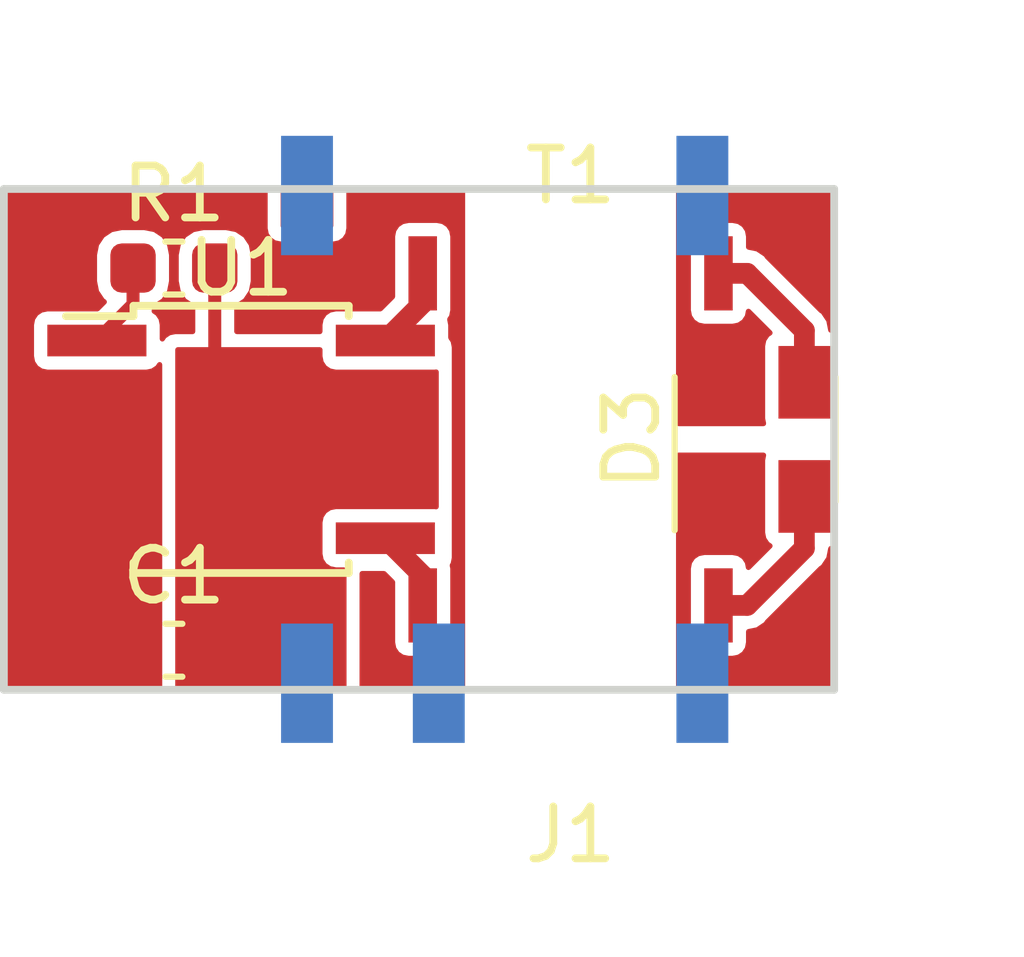
<source format=kicad_pcb>
(kicad_pcb (version 20171130) (host pcbnew 5.0.2-bee76a0~70~ubuntu18.04.1)

  (general
    (thickness 1.6)
    (drawings 4)
    (tracks 14)
    (zones 0)
    (modules 6)
    (nets 10)
  )

  (page A4)
  (layers
    (0 F.Cu signal)
    (31 B.Cu signal)
    (32 B.Adhes user)
    (33 F.Adhes user)
    (34 B.Paste user)
    (35 F.Paste user)
    (36 B.SilkS user)
    (37 F.SilkS user)
    (38 B.Mask user)
    (39 F.Mask user)
    (40 Dwgs.User user)
    (41 Cmts.User user)
    (42 Eco1.User user)
    (43 Eco2.User user)
    (44 Edge.Cuts user)
    (45 Margin user)
    (46 B.CrtYd user)
    (47 F.CrtYd user)
    (48 B.Fab user)
    (49 F.Fab user)
  )

  (setup
    (last_trace_width 0.25)
    (trace_clearance 0.2)
    (zone_clearance 0.25)
    (zone_45_only no)
    (trace_min 0.2)
    (segment_width 0.2)
    (edge_width 0.15)
    (via_size 0.8)
    (via_drill 0.4)
    (via_min_size 0.4)
    (via_min_drill 0.3)
    (uvia_size 0.3)
    (uvia_drill 0.1)
    (uvias_allowed no)
    (uvia_min_size 0.2)
    (uvia_min_drill 0.1)
    (pcb_text_width 0.3)
    (pcb_text_size 1.5 1.5)
    (mod_edge_width 0.15)
    (mod_text_size 1 1)
    (mod_text_width 0.15)
    (pad_size 1.524 1.524)
    (pad_drill 0.762)
    (pad_to_mask_clearance 0.051)
    (solder_mask_min_width 0.25)
    (aux_axis_origin 0 0)
    (visible_elements FFFFFF7F)
    (pcbplotparams
      (layerselection 0x010fc_ffffffff)
      (usegerberextensions false)
      (usegerberattributes false)
      (usegerberadvancedattributes false)
      (creategerberjobfile false)
      (excludeedgelayer true)
      (linewidth 0.100000)
      (plotframeref false)
      (viasonmask false)
      (mode 1)
      (useauxorigin false)
      (hpglpennumber 1)
      (hpglpenspeed 20)
      (hpglpendiameter 15.000000)
      (psnegative false)
      (psa4output false)
      (plotreference true)
      (plotvalue true)
      (plotinvisibletext false)
      (padsonsilk false)
      (subtractmaskfromsilk false)
      (outputformat 1)
      (mirror false)
      (drillshape 1)
      (scaleselection 1)
      (outputdirectory "./"))
  )

  (net 0 "")
  (net 1 "Net-(C1-Pad1)")
  (net 2 "Net-(C1-Pad2)")
  (net 3 "Net-(R1-Pad1)")
  (net 4 "Net-(T1-Pad8)")
  (net 5 "Net-(T1-Pad1)")
  (net 6 "Net-(D3-Pad2)")
  (net 7 "Net-(D3-Pad3)")
  (net 8 "Net-(D3-Pad1)")
  (net 9 "Net-(D3-Pad4)")

  (net_class Default "This is the default net class."
    (clearance 0.2)
    (trace_width 0.25)
    (via_dia 0.8)
    (via_drill 0.4)
    (uvia_dia 0.3)
    (uvia_drill 0.1)
    (add_net "Net-(C1-Pad1)")
    (add_net "Net-(C1-Pad2)")
    (add_net "Net-(D3-Pad1)")
    (add_net "Net-(D3-Pad4)")
    (add_net "Net-(R1-Pad1)")
  )

  (net_class power ""
    (clearance 0.2)
    (trace_width 0.4)
    (via_dia 1.2)
    (via_drill 0.45)
    (uvia_dia 0.3)
    (uvia_drill 0.1)
    (add_net "Net-(D3-Pad2)")
    (add_net "Net-(D3-Pad3)")
    (add_net "Net-(T1-Pad1)")
    (add_net "Net-(T1-Pad8)")
  )

  (module Package_TO_SOT_SMD:SOT-143 (layer F.Cu) (tedit 5E2E5BB8) (tstamp 5E1A1F27)
    (at 122.936 102.87 90)
    (descr SOT-143)
    (tags SOT-143)
    (path /5E0D0E15)
    (attr smd)
    (fp_text reference D3 (at 0.02 -2.38 90) (layer F.SilkS)
      (effects (font (size 1 1) (thickness 0.15)))
    )
    (fp_text value D_Bridge_-AA+ (at 0 4.064 90) (layer F.Fab)
      (effects (font (size 1 1) (thickness 0.15)))
    )
    (fp_text user %R (at 0 0 180) (layer F.Fab)
      (effects (font (size 0.5 0.5) (thickness 0.075)))
    )
    (fp_line (start -1.2 1.55) (end 1.2 1.55) (layer F.SilkS) (width 0.12))
    (fp_line (start 1.2 -1.55) (end -1.75 -1.55) (layer F.SilkS) (width 0.12))
    (fp_line (start -1.2 -1) (end -0.7 -1.5) (layer F.Fab) (width 0.1))
    (fp_line (start -0.7 -1.5) (end 1.2 -1.5) (layer F.Fab) (width 0.1))
    (fp_line (start -1.2 1.5) (end -1.2 -1) (layer F.Fab) (width 0.1))
    (fp_line (start 1.2 1.5) (end -1.2 1.5) (layer F.Fab) (width 0.1))
    (fp_line (start 1.2 -1.5) (end 1.2 1.5) (layer F.Fab) (width 0.1))
    (fp_line (start 2.05 -1.75) (end 2.05 1.75) (layer F.CrtYd) (width 0.05))
    (fp_line (start 2.05 -1.75) (end -2.05 -1.75) (layer F.CrtYd) (width 0.05))
    (fp_line (start -2.05 1.75) (end 2.05 1.75) (layer F.CrtYd) (width 0.05))
    (fp_line (start -2.05 1.75) (end -2.05 -1.75) (layer F.CrtYd) (width 0.05))
    (pad 1 smd rect (at -1.1 -0.77) (size 1.2 1.4) (layers F.Cu F.Paste F.Mask)
      (net 8 "Net-(D3-Pad1)"))
    (pad 2 smd rect (at -1.1 0.95) (size 1 1.4) (layers F.Cu F.Paste F.Mask)
      (net 6 "Net-(D3-Pad2)"))
    (pad 3 smd rect (at 1.1 0.95) (size 1 1.4) (layers F.Cu F.Paste F.Mask)
      (net 7 "Net-(D3-Pad3)"))
    (pad 4 smd rect (at 1.1 -0.95) (size 1 1.4) (layers F.Cu F.Paste F.Mask)
      (net 9 "Net-(D3-Pad4)"))
    (model ${KISYS3DMOD}/Package_TO_SOT_SMD.3dshapes/SOT-143.wrl
      (at (xyz 0 0 0))
      (scale (xyz 1 1 1))
      (rotate (xyz 0 0 0))
    )
  )

  (module cap_iso_pwr:iso_power_module (layer F.Cu) (tedit 5E2E5AE9) (tstamp 5E50DBE3)
    (at 119.38 102.87)
    (path /5E2E9A14)
    (fp_text reference J1 (at 0 7.62) (layer F.SilkS)
      (effects (font (size 1 1) (thickness 0.15)))
    )
    (fp_text value isolated_power_module (at 0 -7.62) (layer F.Fab)
      (effects (font (size 1 1) (thickness 0.15)))
    )
    (pad 1 smd rect (at -5.08 4.7) (size 1 2.3) (layers B.Cu B.Paste B.Mask)
      (net 2 "Net-(C1-Pad2)"))
    (pad 3 smd rect (at -2.54 4.7) (size 1 2.3) (layers B.Cu B.Paste B.Mask)
      (net 1 "Net-(C1-Pad1)"))
    (pad 7 smd rect (at 2.54 4.7) (size 1 2.3) (layers B.Cu B.Paste B.Mask)
      (net 8 "Net-(D3-Pad1)"))
    (pad 8 smd rect (at 2.54 -4.7) (size 1 2.3) (layers B.Cu B.Paste B.Mask)
      (net 9 "Net-(D3-Pad4)"))
    (pad 14 smd rect (at -5.08 -4.7) (size 1 2.3) (layers B.Cu B.Paste B.Mask))
  )

  (module Capacitor_SMD:C_0603_1608Metric (layer F.Cu) (tedit 5B301BBE) (tstamp 5E454D65)
    (at 111.7345 106.934)
    (descr "Capacitor SMD 0603 (1608 Metric), square (rectangular) end terminal, IPC_7351 nominal, (Body size source: http://www.tortai-tech.com/upload/download/2011102023233369053.pdf), generated with kicad-footprint-generator")
    (tags capacitor)
    (path /5E2E872A)
    (attr smd)
    (fp_text reference C1 (at 0 -1.43) (layer F.SilkS)
      (effects (font (size 1 1) (thickness 0.15)))
    )
    (fp_text value C_Small (at 0.0255 5.08) (layer F.Fab)
      (effects (font (size 1 1) (thickness 0.15)))
    )
    (fp_line (start -0.8 0.4) (end -0.8 -0.4) (layer F.Fab) (width 0.1))
    (fp_line (start -0.8 -0.4) (end 0.8 -0.4) (layer F.Fab) (width 0.1))
    (fp_line (start 0.8 -0.4) (end 0.8 0.4) (layer F.Fab) (width 0.1))
    (fp_line (start 0.8 0.4) (end -0.8 0.4) (layer F.Fab) (width 0.1))
    (fp_line (start -0.162779 -0.51) (end 0.162779 -0.51) (layer F.SilkS) (width 0.12))
    (fp_line (start -0.162779 0.51) (end 0.162779 0.51) (layer F.SilkS) (width 0.12))
    (fp_line (start -1.48 0.73) (end -1.48 -0.73) (layer F.CrtYd) (width 0.05))
    (fp_line (start -1.48 -0.73) (end 1.48 -0.73) (layer F.CrtYd) (width 0.05))
    (fp_line (start 1.48 -0.73) (end 1.48 0.73) (layer F.CrtYd) (width 0.05))
    (fp_line (start 1.48 0.73) (end -1.48 0.73) (layer F.CrtYd) (width 0.05))
    (fp_text user %R (at 0 0) (layer F.Fab)
      (effects (font (size 0.4 0.4) (thickness 0.06)))
    )
    (pad 1 smd roundrect (at -0.7875 0) (size 0.875 0.95) (layers F.Cu F.Paste F.Mask) (roundrect_rratio 0.25)
      (net 1 "Net-(C1-Pad1)"))
    (pad 2 smd roundrect (at 0.7875 0) (size 0.875 0.95) (layers F.Cu F.Paste F.Mask) (roundrect_rratio 0.25)
      (net 2 "Net-(C1-Pad2)"))
    (model ${KISYS3DMOD}/Capacitor_SMD.3dshapes/C_0603_1608Metric.wrl
      (at (xyz 0 0 0))
      (scale (xyz 1 1 1))
      (rotate (xyz 0 0 0))
    )
  )

  (module cap_iso_pwr:750316743 (layer F.Cu) (tedit 5E2E60E7) (tstamp 5E50DD1E)
    (at 119.38 102.87)
    (path /5E2E832A)
    (fp_text reference T1 (at 0 -5.08) (layer F.SilkS)
      (effects (font (size 1 1) (thickness 0.15)))
    )
    (fp_text value transformer (at -0.254 9.144) (layer F.Fab)
      (effects (font (size 1 1) (thickness 0.15)))
    )
    (pad 8 smd rect (at -2.85 3.2 90) (size 1.43 0.55) (layers F.Cu F.Paste F.Mask)
      (net 4 "Net-(T1-Pad8)"))
    (pad 1 smd rect (at -2.85 -3.2 90) (size 1.43 0.55) (layers F.Cu F.Paste F.Mask)
      (net 5 "Net-(T1-Pad1)"))
    (pad 4 smd rect (at 2.85 -3.2 90) (size 1.43 0.55) (layers F.Cu F.Paste F.Mask)
      (net 7 "Net-(D3-Pad3)"))
    (pad 5 smd rect (at 2.85 3.2 90) (size 1.43 0.55) (layers F.Cu F.Paste F.Mask)
      (net 6 "Net-(D3-Pad2)"))
  )

  (module Package_SO:TI_SO-PowerPAD-8 (layer F.Cu) (tedit 5A02F2D3) (tstamp 5E1A2AE4)
    (at 113.03 102.87)
    (descr "8-Lead Plastic PSOP, Exposed Die Pad (TI DDA0008B, see http://www.ti.com/lit/ds/symlink/lm3404.pdf)")
    (tags "SSOP 0.50 exposed pad")
    (path /5E0D08BC)
    (attr smd)
    (fp_text reference U1 (at 0 -3.3) (layer F.SilkS)
      (effects (font (size 1 1) (thickness 0.15)))
    )
    (fp_text value MAX256ASA (at 0 3.4) (layer F.Fab)
      (effects (font (size 1 1) (thickness 0.15)))
    )
    (fp_line (start -0.95 -2.45) (end 1.95 -2.45) (layer F.Fab) (width 0.15))
    (fp_line (start 1.95 -2.45) (end 1.95 2.45) (layer F.Fab) (width 0.15))
    (fp_line (start 1.95 2.45) (end -1.95 2.45) (layer F.Fab) (width 0.15))
    (fp_line (start -1.95 2.45) (end -1.95 -1.45) (layer F.Fab) (width 0.15))
    (fp_line (start -1.95 -1.45) (end -0.95 -2.45) (layer F.Fab) (width 0.15))
    (fp_line (start -4 -2.7) (end -4 2.7) (layer F.CrtYd) (width 0.05))
    (fp_line (start 4 -2.7) (end 4 2.7) (layer F.CrtYd) (width 0.05))
    (fp_line (start -4 -2.7) (end 4 -2.7) (layer F.CrtYd) (width 0.05))
    (fp_line (start -4 2.7) (end 4 2.7) (layer F.CrtYd) (width 0.05))
    (fp_line (start -2.075 -2.575) (end -2.075 -2.375) (layer F.SilkS) (width 0.15))
    (fp_line (start 2.075 -2.575) (end 2.075 -2.375) (layer F.SilkS) (width 0.15))
    (fp_line (start 2.075 2.575) (end 2.075 2.375) (layer F.SilkS) (width 0.15))
    (fp_line (start -2.075 2.575) (end -2.075 2.375) (layer F.SilkS) (width 0.15))
    (fp_line (start -2.075 -2.575) (end 2.075 -2.575) (layer F.SilkS) (width 0.15))
    (fp_line (start -2.075 2.575) (end 2.075 2.575) (layer F.SilkS) (width 0.15))
    (fp_line (start -2.075 -2.375) (end -3.375 -2.375) (layer F.SilkS) (width 0.15))
    (fp_text user %R (at 0 0) (layer F.Fab)
      (effects (font (size 1 1) (thickness 0.15)))
    )
    (pad 1 smd rect (at -2.78 -1.905) (size 1.91 0.61) (layers F.Cu F.Paste F.Mask)
      (net 3 "Net-(R1-Pad1)"))
    (pad 2 smd rect (at -2.78 -0.635) (size 1.91 0.61) (layers F.Cu F.Paste F.Mask)
      (net 1 "Net-(C1-Pad1)"))
    (pad 3 smd rect (at -2.78 0.635) (size 1.91 0.61) (layers F.Cu F.Paste F.Mask)
      (net 1 "Net-(C1-Pad1)"))
    (pad 4 smd rect (at -2.78 1.905) (size 1.91 0.61) (layers F.Cu F.Paste F.Mask)
      (net 1 "Net-(C1-Pad1)"))
    (pad 5 smd rect (at 2.78 1.905) (size 1.91 0.61) (layers F.Cu F.Paste F.Mask)
      (net 4 "Net-(T1-Pad8)"))
    (pad 6 smd rect (at 2.78 0.635) (size 1.91 0.61) (layers F.Cu F.Paste F.Mask)
      (net 2 "Net-(C1-Pad2)"))
    (pad 7 smd rect (at 2.78 -0.635) (size 1.91 0.61) (layers F.Cu F.Paste F.Mask)
      (net 2 "Net-(C1-Pad2)"))
    (pad 8 smd rect (at 2.78 -1.905) (size 1.91 0.61) (layers F.Cu F.Paste F.Mask)
      (net 5 "Net-(T1-Pad1)"))
    (pad 9 smd rect (at 0.6025 0.775) (size 1.205 1.55) (layers F.Cu F.Paste F.Mask)
      (net 2 "Net-(C1-Pad2)") (solder_paste_margin_ratio -0.2))
    (pad 9 smd rect (at 0.6025 -0.775) (size 1.205 1.55) (layers F.Cu F.Paste F.Mask)
      (net 2 "Net-(C1-Pad2)") (solder_paste_margin_ratio -0.2))
    (pad 9 smd rect (at -0.6025 0.775) (size 1.205 1.55) (layers F.Cu F.Paste F.Mask)
      (net 2 "Net-(C1-Pad2)") (solder_paste_margin_ratio -0.2))
    (pad 9 smd rect (at -0.6025 -0.775) (size 1.205 1.55) (layers F.Cu F.Paste F.Mask)
      (net 2 "Net-(C1-Pad2)") (solder_paste_margin_ratio -0.2))
    (model ${KISYS3DMOD}/Package_SO.3dshapes/TI_SO-PowerPAD-8.wrl
      (at (xyz 0 0 0))
      (scale (xyz 1 1 1))
      (rotate (xyz 0 0 0))
    )
  )

  (module Resistor_SMD:R_0603_1608Metric (layer F.Cu) (tedit 5B301BBD) (tstamp 5E1A2B3D)
    (at 111.7345 99.568)
    (descr "Resistor SMD 0603 (1608 Metric), square (rectangular) end terminal, IPC_7351 nominal, (Body size source: http://www.tortai-tech.com/upload/download/2011102023233369053.pdf), generated with kicad-footprint-generator")
    (tags resistor)
    (path /5E0D1DA7)
    (attr smd)
    (fp_text reference R1 (at 0 -1.43) (layer F.SilkS)
      (effects (font (size 1 1) (thickness 0.15)))
    )
    (fp_text value R_Small (at 0 1.43) (layer F.Fab)
      (effects (font (size 1 1) (thickness 0.15)))
    )
    (fp_line (start -0.8 0.4) (end -0.8 -0.4) (layer F.Fab) (width 0.1))
    (fp_line (start -0.8 -0.4) (end 0.8 -0.4) (layer F.Fab) (width 0.1))
    (fp_line (start 0.8 -0.4) (end 0.8 0.4) (layer F.Fab) (width 0.1))
    (fp_line (start 0.8 0.4) (end -0.8 0.4) (layer F.Fab) (width 0.1))
    (fp_line (start -0.162779 -0.51) (end 0.162779 -0.51) (layer F.SilkS) (width 0.12))
    (fp_line (start -0.162779 0.51) (end 0.162779 0.51) (layer F.SilkS) (width 0.12))
    (fp_line (start -1.48 0.73) (end -1.48 -0.73) (layer F.CrtYd) (width 0.05))
    (fp_line (start -1.48 -0.73) (end 1.48 -0.73) (layer F.CrtYd) (width 0.05))
    (fp_line (start 1.48 -0.73) (end 1.48 0.73) (layer F.CrtYd) (width 0.05))
    (fp_line (start 1.48 0.73) (end -1.48 0.73) (layer F.CrtYd) (width 0.05))
    (fp_text user %R (at 0 0) (layer F.Fab)
      (effects (font (size 0.4 0.4) (thickness 0.06)))
    )
    (pad 1 smd roundrect (at -0.7875 0) (size 0.875 0.95) (layers F.Cu F.Paste F.Mask) (roundrect_rratio 0.25)
      (net 3 "Net-(R1-Pad1)"))
    (pad 2 smd roundrect (at 0.7875 0) (size 0.875 0.95) (layers F.Cu F.Paste F.Mask) (roundrect_rratio 0.25)
      (net 2 "Net-(C1-Pad2)"))
    (model ${KISYS3DMOD}/Resistor_SMD.3dshapes/R_0603_1608Metric.wrl
      (at (xyz 0 0 0))
      (scale (xyz 1 1 1))
      (rotate (xyz 0 0 0))
    )
  )

  (gr_line (start 108.458 107.696) (end 108.458 98.044) (layer Edge.Cuts) (width 0.15))
  (gr_line (start 124.46 107.696) (end 108.458 107.696) (layer Edge.Cuts) (width 0.15))
  (gr_line (start 124.46 98.044) (end 124.46 107.696) (layer Edge.Cuts) (width 0.15))
  (gr_line (start 108.458 98.044) (end 124.46 98.044) (layer Edge.Cuts) (width 0.15))

  (segment (start 112.522 102.0005) (end 112.4275 102.095) (width 0.25) (layer F.Cu) (net 2))
  (segment (start 112.522 99.568) (end 112.522 102.0005) (width 0.25) (layer F.Cu) (net 2))
  (segment (start 110.947 100.268) (end 110.25 100.965) (width 0.25) (layer F.Cu) (net 3))
  (segment (start 110.947 99.568) (end 110.947 100.268) (width 0.25) (layer F.Cu) (net 3))
  (segment (start 116.53 105.495) (end 115.81 104.775) (width 0.4) (layer F.Cu) (net 4))
  (segment (start 116.53 106.07) (end 116.53 105.495) (width 0.4) (layer F.Cu) (net 4))
  (segment (start 116.53 100.245) (end 115.81 100.965) (width 0.4) (layer F.Cu) (net 5))
  (segment (start 116.53 99.67) (end 116.53 100.245) (width 0.4) (layer F.Cu) (net 5))
  (segment (start 123.886 104.968) (end 123.886 103.97) (width 0.4) (layer F.Cu) (net 6))
  (segment (start 122.23 106.07) (end 122.784 106.07) (width 0.4) (layer F.Cu) (net 6))
  (segment (start 122.784 106.07) (end 123.886 104.968) (width 0.4) (layer F.Cu) (net 6))
  (segment (start 122.23 99.67) (end 122.784 99.67) (width 0.4) (layer F.Cu) (net 7))
  (segment (start 123.886 100.772) (end 123.886 101.77) (width 0.4) (layer F.Cu) (net 7))
  (segment (start 122.784 99.67) (end 123.886 100.772) (width 0.4) (layer F.Cu) (net 7))

  (zone (net 2) (net_name "Net-(C1-Pad2)") (layer F.Cu) (tstamp 0) (hatch edge 0.508)
    (priority 1)
    (connect_pads yes (clearance 0.25))
    (min_thickness 0.1)
    (fill yes (arc_segments 16) (thermal_gap 0.3) (thermal_bridge_width 0.95))
    (polygon
      (pts
        (xy 111.76 101.092) (xy 116.84 101.092) (xy 116.84 105.156) (xy 115.062 105.156) (xy 115.062 107.696)
        (xy 111.76 107.696)
      )
    )
    (filled_polygon
      (pts
        (xy 114.549123 101.27) (xy 114.572407 101.387054) (xy 114.638712 101.486288) (xy 114.737946 101.552593) (xy 114.855 101.575877)
        (xy 116.765 101.575877) (xy 116.79 101.570904) (xy 116.79 104.169096) (xy 116.765 104.164123) (xy 114.855 104.164123)
        (xy 114.737946 104.187407) (xy 114.638712 104.253712) (xy 114.572407 104.352946) (xy 114.549123 104.47) (xy 114.549123 105.08)
        (xy 114.572407 105.197054) (xy 114.638712 105.296288) (xy 114.737946 105.362593) (xy 114.855 105.385877) (xy 115.012 105.385877)
        (xy 115.012 107.646) (xy 111.81 107.646) (xy 111.81 101.142) (xy 114.549123 101.142)
      )
    )
  )
  (zone (net 9) (net_name "Net-(D3-Pad4)") (layer F.Cu) (tstamp 0) (hatch edge 0.508)
    (connect_pads yes (clearance 0.25))
    (min_thickness 0.1)
    (fill yes (arc_segments 16) (thermal_gap 0.3) (thermal_bridge_width 0.95))
    (polygon
      (pts
        (xy 121.412 98.044) (xy 124.46 98.044) (xy 124.46 102.616) (xy 121.412 102.616)
      )
    )
    (filled_polygon
      (pts
        (xy 124.41 100.768897) (xy 124.394567 100.765827) (xy 124.386 100.722757) (xy 124.356989 100.57691) (xy 124.24648 100.41152)
        (xy 124.204733 100.383626) (xy 123.172376 99.35127) (xy 123.14448 99.30952) (xy 122.97909 99.199011) (xy 122.833243 99.17)
        (xy 122.833241 99.17) (xy 122.810877 99.165551) (xy 122.810877 98.955) (xy 122.787593 98.837946) (xy 122.721288 98.738712)
        (xy 122.622054 98.672407) (xy 122.505 98.649123) (xy 121.955 98.649123) (xy 121.837946 98.672407) (xy 121.738712 98.738712)
        (xy 121.672407 98.837946) (xy 121.649123 98.955) (xy 121.649123 100.385) (xy 121.672407 100.502054) (xy 121.738712 100.601288)
        (xy 121.837946 100.667593) (xy 121.955 100.690877) (xy 122.505 100.690877) (xy 122.622054 100.667593) (xy 122.721288 100.601288)
        (xy 122.787593 100.502054) (xy 122.807727 100.400834) (xy 123.224199 100.817306) (xy 123.169712 100.853712) (xy 123.103407 100.952946)
        (xy 123.080123 101.07) (xy 123.080123 102.47) (xy 123.099219 102.566) (xy 121.462 102.566) (xy 121.462 98.094)
        (xy 124.41 98.094)
      )
    )
  )
  (zone (net 8) (net_name "Net-(D3-Pad1)") (layer F.Cu) (tstamp 5E67D64E) (hatch edge 0.508)
    (priority 1)
    (connect_pads yes (clearance 0.25))
    (min_thickness 0.1)
    (fill yes (arc_segments 16) (thermal_gap 0.3) (thermal_bridge_width 0.95))
    (polygon
      (pts
        (xy 121.412 107.696) (xy 121.412 103.124) (xy 124.46 103.124) (xy 124.46 107.696)
      )
    )
    (filled_polygon
      (pts
        (xy 123.080123 103.27) (xy 123.080123 104.67) (xy 123.103407 104.787054) (xy 123.169712 104.886288) (xy 123.224199 104.922694)
        (xy 122.807727 105.339166) (xy 122.787593 105.237946) (xy 122.721288 105.138712) (xy 122.622054 105.072407) (xy 122.505 105.049123)
        (xy 121.955 105.049123) (xy 121.837946 105.072407) (xy 121.738712 105.138712) (xy 121.672407 105.237946) (xy 121.649123 105.355)
        (xy 121.649123 106.785) (xy 121.672407 106.902054) (xy 121.738712 107.001288) (xy 121.837946 107.067593) (xy 121.955 107.090877)
        (xy 122.505 107.090877) (xy 122.622054 107.067593) (xy 122.721288 107.001288) (xy 122.787593 106.902054) (xy 122.810877 106.785)
        (xy 122.810877 106.574449) (xy 122.833241 106.57) (xy 122.833243 106.57) (xy 122.97909 106.540989) (xy 123.14448 106.43048)
        (xy 123.172376 106.38873) (xy 124.204733 105.356374) (xy 124.24648 105.32848) (xy 124.356989 105.16309) (xy 124.386 105.017243)
        (xy 124.386 105.017242) (xy 124.394567 104.974173) (xy 124.41 104.971103) (xy 124.41 107.646) (xy 121.462 107.646)
        (xy 121.462 103.174) (xy 123.099219 103.174)
      )
    )
  )
  (zone (net 1) (net_name "Net-(C1-Pad1)") (layer F.Cu) (tstamp 0) (hatch edge 0.508)
    (connect_pads yes (clearance 0.25))
    (min_thickness 0.1)
    (fill yes (arc_segments 16) (thermal_gap 0.3) (thermal_bridge_width 0.95))
    (polygon
      (pts
        (xy 108.458 107.696) (xy 117.348 107.696001) (xy 117.348 98.044001) (xy 108.458 98.044)
      )
    )
    (filled_polygon
      (pts
        (xy 113.492 98.094001) (xy 113.492 98.806) (xy 113.514836 98.920805) (xy 113.579868 99.018132) (xy 113.677195 99.083164)
        (xy 113.792 99.106) (xy 114.808 99.106) (xy 114.922805 99.083164) (xy 115.020132 99.018132) (xy 115.085164 98.920805)
        (xy 115.108 98.806) (xy 115.108 98.094001) (xy 117.298 98.094001) (xy 117.298 107.646001) (xy 115.362 107.646001)
        (xy 115.362 105.456) (xy 115.783894 105.456) (xy 115.949123 105.62123) (xy 115.949123 106.785) (xy 115.972407 106.902054)
        (xy 116.038712 107.001288) (xy 116.137946 107.067593) (xy 116.255 107.090877) (xy 116.805 107.090877) (xy 116.922054 107.067593)
        (xy 117.021288 107.001288) (xy 117.087593 106.902054) (xy 117.110877 106.785) (xy 117.110877 105.355) (xy 117.099414 105.29737)
        (xy 117.117164 105.270805) (xy 117.14 105.156) (xy 117.14 101.092) (xy 117.117164 100.977195) (xy 117.070877 100.907922)
        (xy 117.070877 100.66) (xy 117.050501 100.557567) (xy 117.087593 100.502054) (xy 117.110877 100.385) (xy 117.110877 98.955)
        (xy 117.087593 98.837946) (xy 117.021288 98.738712) (xy 116.922054 98.672407) (xy 116.805 98.649123) (xy 116.255 98.649123)
        (xy 116.137946 98.672407) (xy 116.038712 98.738712) (xy 115.972407 98.837946) (xy 115.949123 98.955) (xy 115.949123 100.11877)
        (xy 115.713771 100.354123) (xy 114.855 100.354123) (xy 114.737946 100.377407) (xy 114.638712 100.443712) (xy 114.572407 100.542946)
        (xy 114.549123 100.66) (xy 114.549123 100.792) (xy 112.947 100.792) (xy 112.947 100.305278) (xy 113.111717 100.195217)
        (xy 113.225442 100.025016) (xy 113.265377 99.82425) (xy 113.265377 99.31175) (xy 113.225442 99.110984) (xy 113.111717 98.940783)
        (xy 112.941516 98.827058) (xy 112.74075 98.787123) (xy 112.30325 98.787123) (xy 112.102484 98.827058) (xy 111.932283 98.940783)
        (xy 111.818558 99.110984) (xy 111.778623 99.31175) (xy 111.778623 99.82425) (xy 111.818558 100.025016) (xy 111.932283 100.195217)
        (xy 112.097 100.305278) (xy 112.097001 100.792) (xy 111.76 100.792) (xy 111.645195 100.814836) (xy 111.547868 100.879868)
        (xy 111.510877 100.935229) (xy 111.510877 100.66) (xy 111.487593 100.542946) (xy 111.421288 100.443712) (xy 111.354281 100.39894)
        (xy 111.372 100.309858) (xy 111.373051 100.304576) (xy 111.536717 100.195217) (xy 111.650442 100.025016) (xy 111.690377 99.82425)
        (xy 111.690377 99.31175) (xy 111.650442 99.110984) (xy 111.536717 98.940783) (xy 111.366516 98.827058) (xy 111.16575 98.787123)
        (xy 110.72825 98.787123) (xy 110.527484 98.827058) (xy 110.357283 98.940783) (xy 110.243558 99.110984) (xy 110.203623 99.31175)
        (xy 110.203623 99.82425) (xy 110.243558 100.025016) (xy 110.357283 100.195217) (xy 110.394125 100.219834) (xy 110.259837 100.354123)
        (xy 109.295 100.354123) (xy 109.177946 100.377407) (xy 109.078712 100.443712) (xy 109.012407 100.542946) (xy 108.989123 100.66)
        (xy 108.989123 101.27) (xy 109.012407 101.387054) (xy 109.078712 101.486288) (xy 109.177946 101.552593) (xy 109.295 101.575877)
        (xy 111.205 101.575877) (xy 111.322054 101.552593) (xy 111.421288 101.486288) (xy 111.46 101.42835) (xy 111.46 107.646)
        (xy 108.508 107.646) (xy 108.508 98.094)
      )
    )
  )
  (zone (net 0) (net_name "") (layer F.Cu) (tstamp 0) (hatch edge 0.508)
    (priority 1)
    (connect_pads yes (clearance 0.25))
    (min_thickness 0.1)
    (fill yes (arc_segments 16) (thermal_gap 0.3) (thermal_bridge_width 0.95))
    (polygon
      (pts
        (xy 113.792 98.806) (xy 114.808 98.806) (xy 114.808 98.044) (xy 113.792 98.044)
      )
    )
    (filled_polygon
      (pts
        (xy 114.758 98.756) (xy 113.842 98.756) (xy 113.842 98.094) (xy 114.758 98.094)
      )
    )
  )
)

</source>
